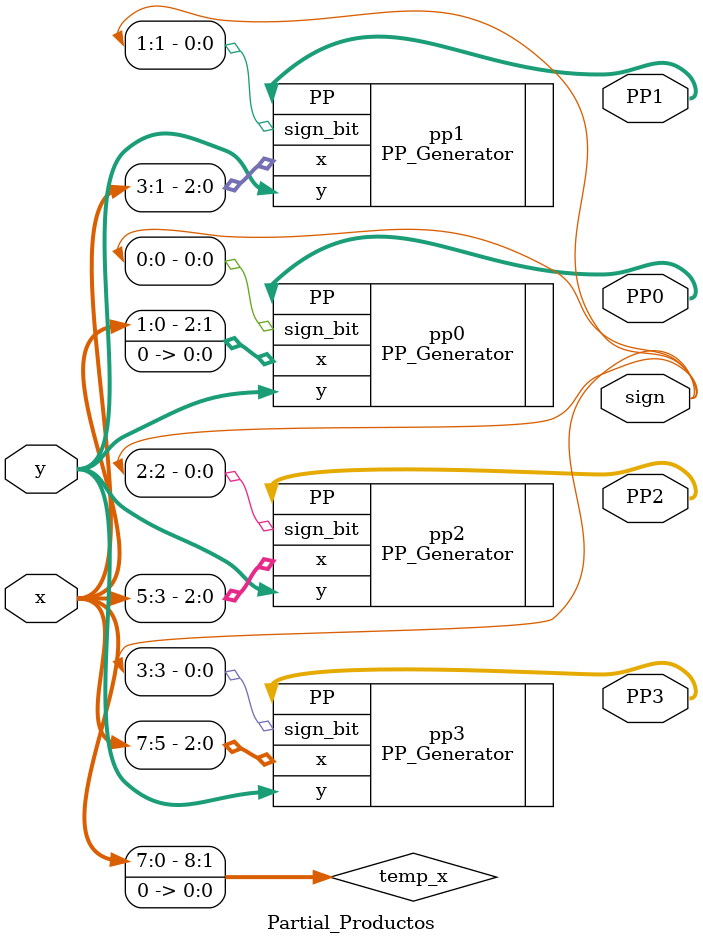
<source format=v>

module Partial_Productos(
    input wire [7:0]x,
    input wire [7:0]y,
    output wire [8:0]PP0,    // 8/2 = 4 PP will be generated
    output wire [8:0]PP1,
    output wire [8:0]PP2,
    output wire [8:0]PP3,
    output wire [3:0] sign
);

    wire[8:0] temp_x;

    assign temp_x = {x,1'b0};

    // Generate all partial products
    PP_Generator pp0(
        .x(temp_x[2:0]),
        .y(y),
        .PP(PP0[8:0]),
        .sign_bit(sign[0])
    );

    PP_Generator pp1(
        .x(temp_x[4:2]),
        .y(y),
        .PP(PP1[8:0]),
        .sign_bit(sign[1])
    );

    PP_Generator pp2(
        .x(temp_x[6:4]),
        .y(y),
        .PP(PP2[8:0]),
        .sign_bit(sign[2])
    );

    PP_Generator pp3(
        .x(temp_x[8:6]),
        .y(y),
        .PP(PP3[8:0]),
        .sign_bit(sign[3])
    );

endmodule 
</source>
